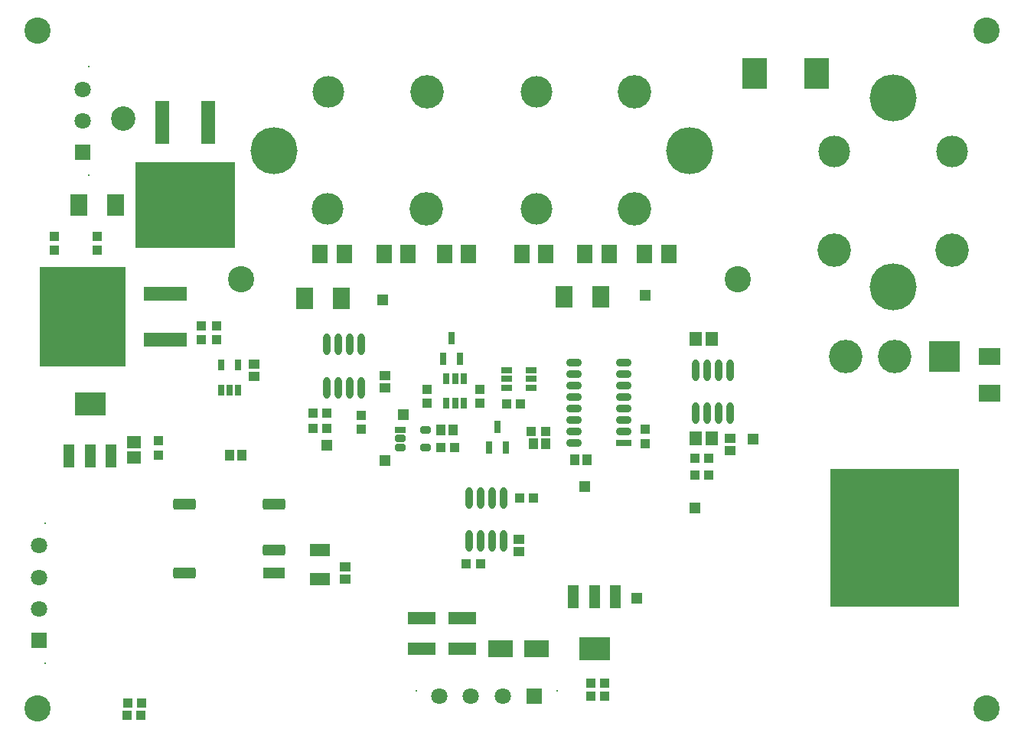
<source format=gts>
G04*
G04 #@! TF.GenerationSoftware,Altium Limited,Altium Designer,18.1.6 (161)*
G04*
G04 Layer_Color=8388736*
%FSLAX25Y25*%
%MOIN*%
G70*
G01*
G75*
%ADD48R,0.04737X0.04737*%
%ADD49R,0.04147X0.04147*%
%ADD50R,0.03162X0.05328*%
%ADD51R,0.02962X0.04537*%
%ADD52R,0.04537X0.04143*%
%ADD53R,0.55918X0.59855*%
%ADD54R,0.04143X0.04537*%
%ADD55O,0.03162X0.09461*%
%ADD56R,0.06706X0.08083*%
%ADD57R,0.07800X0.09300*%
%ADD58R,0.10642X0.13792*%
%ADD59R,0.04147X0.04147*%
%ADD60R,0.04537X0.02962*%
%ADD61R,0.03950X0.03950*%
%ADD62R,0.13792X0.10249*%
%ADD63R,0.04737X0.10249*%
%ADD64R,0.12217X0.05721*%
%ADD65R,0.06312X0.05328*%
%ADD66R,0.10642X0.07493*%
%ADD67R,0.05328X0.06312*%
%ADD68R,0.37808X0.43320*%
%ADD69R,0.18910X0.06115*%
%ADD70R,0.04540X0.03162*%
G04:AMPARAMS|DCode=71|XSize=31.62mil|YSize=45.4mil|CornerRadius=6.95mil|HoleSize=0mil|Usage=FLASHONLY|Rotation=90.000|XOffset=0mil|YOffset=0mil|HoleType=Round|Shape=RoundedRectangle|*
%AMROUNDEDRECTD71*
21,1,0.03162,0.03150,0,0,90.0*
21,1,0.01772,0.04540,0,0,90.0*
1,1,0.01391,0.01575,0.00886*
1,1,0.01391,0.01575,-0.00886*
1,1,0.01391,-0.01575,-0.00886*
1,1,0.01391,-0.01575,0.00886*
%
%ADD71ROUNDEDRECTD71*%
%ADD72R,0.09300X0.07800*%
%ADD73R,0.43320X0.37808*%
%ADD74R,0.06115X0.18910*%
%ADD75R,0.03162X0.04540*%
G04:AMPARAMS|DCode=76|XSize=47.37mil|YSize=98.16mil|CornerRadius=7.94mil|HoleSize=0mil|Usage=FLASHONLY|Rotation=90.000|XOffset=0mil|YOffset=0mil|HoleType=Round|Shape=RoundedRectangle|*
%AMROUNDEDRECTD76*
21,1,0.04737,0.08228,0,0,90.0*
21,1,0.03150,0.09816,0,0,90.0*
1,1,0.01587,0.04114,0.01575*
1,1,0.01587,0.04114,-0.01575*
1,1,0.01587,-0.04114,-0.01575*
1,1,0.01587,-0.04114,0.01575*
%
%ADD76ROUNDEDRECTD76*%
%ADD77R,0.09816X0.04737*%
%ADD78R,0.06509X0.03162*%
G04:AMPARAMS|DCode=79|XSize=31.62mil|YSize=65.09mil|CornerRadius=9.91mil|HoleSize=0mil|Usage=FLASHONLY|Rotation=270.000|XOffset=0mil|YOffset=0mil|HoleType=Round|Shape=RoundedRectangle|*
%AMROUNDEDRECTD79*
21,1,0.03162,0.04528,0,0,270.0*
21,1,0.01181,0.06509,0,0,270.0*
1,1,0.01981,-0.02264,-0.00591*
1,1,0.01981,-0.02264,0.00591*
1,1,0.01981,0.02264,0.00591*
1,1,0.01981,0.02264,-0.00591*
%
%ADD79ROUNDEDRECTD79*%
%ADD80R,0.08674X0.05524*%
%ADD81C,0.11430*%
%ADD82C,0.14580*%
%ADD83R,0.13792X0.13792*%
%ADD84R,0.07099X0.07099*%
%ADD85C,0.07099*%
%ADD86C,0.00800*%
%ADD87C,0.13792*%
%ADD88C,0.20485*%
%ADD89R,0.07099X0.07099*%
%ADD90C,0.10642*%
D48*
X296063Y97244D02*
D03*
X270866Y57874D02*
D03*
X274410Y189764D02*
D03*
X160236Y187795D02*
D03*
X321654Y127165D02*
D03*
X161024Y117717D02*
D03*
X169291Y137795D02*
D03*
X135827Y124409D02*
D03*
X248031Y106299D02*
D03*
D49*
X202362Y142717D02*
D03*
Y148819D02*
D03*
X274410Y131299D02*
D03*
Y125197D02*
D03*
X179528Y142795D02*
D03*
Y148898D02*
D03*
X150787Y137598D02*
D03*
Y131496D02*
D03*
X62598Y126378D02*
D03*
Y120276D02*
D03*
X87795Y176575D02*
D03*
Y170472D02*
D03*
X17323Y215551D02*
D03*
Y209449D02*
D03*
X81102Y170512D02*
D03*
Y176614D02*
D03*
X35827Y215551D02*
D03*
Y209449D02*
D03*
D50*
X186417Y162106D02*
D03*
X193898D02*
D03*
X190157Y170965D02*
D03*
X206496Y123524D02*
D03*
X213976D02*
D03*
X210236Y132382D02*
D03*
D51*
X195473Y142795D02*
D03*
X191732D02*
D03*
X187992D02*
D03*
Y153543D02*
D03*
X191732D02*
D03*
X195473D02*
D03*
D52*
X161024Y149606D02*
D03*
Y154921D02*
D03*
X311457Y127362D02*
D03*
Y122047D02*
D03*
X219488Y78248D02*
D03*
Y83563D02*
D03*
X143701Y71457D02*
D03*
Y66142D02*
D03*
X104331Y154331D02*
D03*
Y159646D02*
D03*
D53*
X383071Y84252D02*
D03*
D54*
X249016Y118110D02*
D03*
X243701D02*
D03*
X185433Y131102D02*
D03*
X190748D02*
D03*
X231102Y125197D02*
D03*
X225787D02*
D03*
X93405Y120079D02*
D03*
X98721D02*
D03*
D55*
X197736Y82653D02*
D03*
X202736D02*
D03*
X207736D02*
D03*
X212736D02*
D03*
X197736Y101551D02*
D03*
X202736D02*
D03*
X207736D02*
D03*
X212736D02*
D03*
X311457Y157283D02*
D03*
X306457D02*
D03*
X301457D02*
D03*
X296457D02*
D03*
X311457Y138386D02*
D03*
X306457D02*
D03*
X301457D02*
D03*
X296457D02*
D03*
X135945Y149606D02*
D03*
X140945D02*
D03*
X145945D02*
D03*
X150945D02*
D03*
X135945Y168504D02*
D03*
X140945D02*
D03*
X145945D02*
D03*
X150945D02*
D03*
D56*
X220768Y207874D02*
D03*
X231201D02*
D03*
X197441D02*
D03*
X187008D02*
D03*
X248327D02*
D03*
X258760D02*
D03*
X171260D02*
D03*
X160827D02*
D03*
X274311D02*
D03*
X284744D02*
D03*
X143405D02*
D03*
X132972D02*
D03*
D57*
X27701Y229134D02*
D03*
X43701D02*
D03*
X239118Y188976D02*
D03*
X255118D02*
D03*
X142126Y188583D02*
D03*
X126126D02*
D03*
D58*
X322047Y286614D02*
D03*
X349213D02*
D03*
D59*
X225984Y101575D02*
D03*
X219882D02*
D03*
X225000Y130315D02*
D03*
X231102D02*
D03*
X220276Y142323D02*
D03*
X214173D02*
D03*
X191535Y123622D02*
D03*
X185433D02*
D03*
X135827Y138583D02*
D03*
X129724D02*
D03*
Y131890D02*
D03*
X135827D02*
D03*
X250787Y14961D02*
D03*
X256890D02*
D03*
X202736Y72835D02*
D03*
X196634D02*
D03*
X54921Y6693D02*
D03*
X48819D02*
D03*
X296161Y118701D02*
D03*
X302264D02*
D03*
X302264Y111614D02*
D03*
X296161D02*
D03*
D60*
X214173Y157087D02*
D03*
Y153347D02*
D03*
Y149606D02*
D03*
X224921D02*
D03*
Y153347D02*
D03*
Y157087D02*
D03*
D61*
X256890Y20827D02*
D03*
X250984D02*
D03*
X49213Y12205D02*
D03*
X55118D02*
D03*
D62*
X252362Y35630D02*
D03*
X32677Y142520D02*
D03*
D63*
X243307Y58465D02*
D03*
X252362D02*
D03*
X261417D02*
D03*
X41732Y119685D02*
D03*
X32677D02*
D03*
X23622D02*
D03*
D64*
X177165Y49213D02*
D03*
Y35630D02*
D03*
X194685Y49213D02*
D03*
Y35630D02*
D03*
D65*
X51968Y118996D02*
D03*
Y125886D02*
D03*
D66*
X211417Y35630D02*
D03*
X227165D02*
D03*
D67*
X303346Y170669D02*
D03*
X296457D02*
D03*
X303346Y127362D02*
D03*
X296457D02*
D03*
D68*
X29528Y180315D02*
D03*
D69*
X65551Y190315D02*
D03*
Y170315D02*
D03*
D70*
X167913Y131102D02*
D03*
D71*
Y127362D02*
D03*
Y123622D02*
D03*
X178740Y131102D02*
D03*
Y123622D02*
D03*
D72*
X424409Y162992D02*
D03*
Y146992D02*
D03*
D73*
X74016Y229134D02*
D03*
D74*
X64016Y265158D02*
D03*
X84016D02*
D03*
D75*
X89842Y148622D02*
D03*
X93583D02*
D03*
X97323D02*
D03*
Y159449D02*
D03*
X89842D02*
D03*
D76*
X73779Y98898D02*
D03*
Y68898D02*
D03*
X112795Y78898D02*
D03*
Y98898D02*
D03*
D77*
Y68898D02*
D03*
D78*
X265059Y125413D02*
D03*
D79*
Y130413D02*
D03*
Y135413D02*
D03*
Y140413D02*
D03*
Y145413D02*
D03*
Y150413D02*
D03*
Y155413D02*
D03*
Y160413D02*
D03*
X243602Y125413D02*
D03*
Y130413D02*
D03*
Y135413D02*
D03*
Y140413D02*
D03*
Y145413D02*
D03*
Y150413D02*
D03*
Y155413D02*
D03*
Y160413D02*
D03*
D80*
X132874Y78740D02*
D03*
Y66142D02*
D03*
D81*
X98425Y196850D02*
D03*
X314961D02*
D03*
X423228Y305118D02*
D03*
Y9843D02*
D03*
X9843D02*
D03*
Y305118D02*
D03*
D82*
X383268Y162992D02*
D03*
X361811D02*
D03*
X179055Y227559D02*
D03*
X179449Y278346D02*
D03*
X270000D02*
D03*
X356693Y209528D02*
D03*
X408268D02*
D03*
X270000Y227559D02*
D03*
D83*
X404724Y162992D02*
D03*
D84*
X10630Y39370D02*
D03*
X29528Y251969D02*
D03*
D85*
X10630Y53150D02*
D03*
Y66929D02*
D03*
Y80709D02*
D03*
X29528Y279528D02*
D03*
Y265748D02*
D03*
X184843Y14961D02*
D03*
X198622D02*
D03*
X212402D02*
D03*
D86*
X13110Y29528D02*
D03*
Y90551D02*
D03*
X32008Y289370D02*
D03*
Y242126D02*
D03*
X175000Y17441D02*
D03*
X236024D02*
D03*
D87*
X136221Y227559D02*
D03*
X136614Y278346D02*
D03*
X227165D02*
D03*
X356693Y252362D02*
D03*
X408268D02*
D03*
X227165Y227559D02*
D03*
D88*
X112992Y252756D02*
D03*
X293858D02*
D03*
X382480Y193425D02*
D03*
Y275866D02*
D03*
D89*
X226181Y14961D02*
D03*
D90*
X47244Y266732D02*
D03*
M02*

</source>
